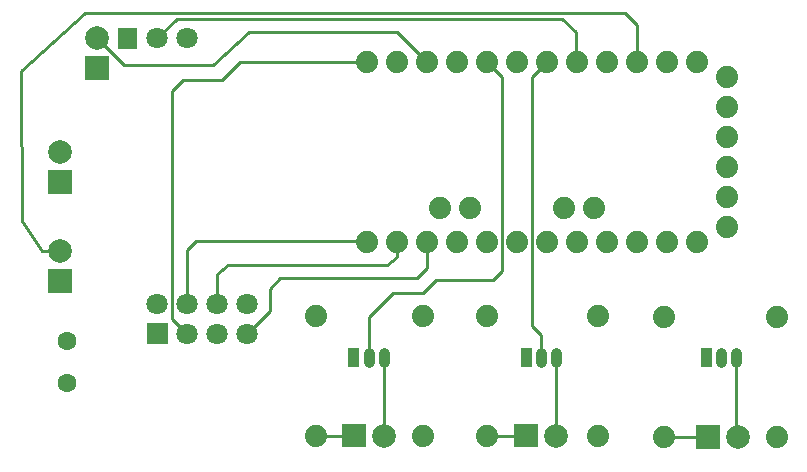
<source format=gtl>
G04 Layer: TopLayer*
G04 EasyEDA v6.4.19.5, 2021-05-22T19:54:24+02:00*
G04 a9b393c6b906431c8adc5fb22f429070,c38686c9fe6447858fcbf2546f174441,10*
G04 Gerber Generator version 0.2*
G04 Scale: 100 percent, Rotated: No, Reflected: No *
G04 Dimensions in millimeters *
G04 leading zeros omitted , absolute positions ,4 integer and 5 decimal *
%FSLAX45Y45*%
%MOMM*%

%ADD10C,0.2540*%
%ADD11C,1.6000*%
%ADD12C,1.8000*%
%ADD14C,1.8796*%
%ADD17R,2.0000X2.0000*%
%ADD18C,2.0000*%
%ADD19C,0.9000*%

%LPD*%
D10*
X1536700Y2286012D02*
G01*
X1536700Y2743200D01*
X1612900Y2819400D01*
X3048000Y2819400D01*
X3060700Y2806700D01*
X3314700Y2806700D02*
G01*
X3314700Y2679700D01*
X3225800Y2616200D01*
X1879600Y2616200D01*
X1790700Y2540000D01*
X1790700Y2286000D01*
X2044700Y2032012D02*
G01*
X2235200Y2222512D01*
X2235200Y2413000D01*
X2324100Y2501900D01*
X3479800Y2501900D01*
X3568700Y2590800D01*
X3568700Y2806700D01*
X2628900Y1168400D02*
G01*
X2946400Y1168400D01*
X4076700Y1168400D02*
G01*
X4406900Y1168400D01*
X5575300Y1155700D02*
G01*
X5943600Y1155700D01*
X4660900Y1168400D02*
G01*
X4660900Y1828800D01*
X3200400Y1168400D02*
G01*
X3200400Y1828800D01*
X6184900Y1828800D02*
G01*
X6184900Y1168400D01*
X6197600Y1155700D01*
X457200Y2730500D02*
G01*
X304800Y2730500D01*
X139700Y2984500D01*
X127000Y4254500D01*
X673100Y4749800D01*
X5245100Y4749800D01*
X5346700Y4648200D01*
X5346700Y4330700D01*
X4076700Y4330700D02*
G01*
X4203700Y4203700D01*
X4203700Y2565400D01*
X4127500Y2489200D01*
X3644900Y2489200D01*
X3530600Y2374900D01*
X3276600Y2374900D01*
X3073400Y2171700D01*
X3073400Y1828800D01*
X4584700Y4330700D02*
G01*
X4457700Y4203700D01*
X4457700Y2095500D01*
X4533900Y2019300D01*
X4533900Y1828800D01*
X1282700Y4533900D02*
G01*
X1447800Y4699000D01*
X4711700Y4699000D01*
X4826000Y4584700D01*
X4826000Y4343400D01*
X4838700Y4330700D01*
X774700Y4533900D02*
G01*
X1003300Y4305300D01*
X1752600Y4305300D01*
X2057400Y4584700D01*
X3314700Y4584700D01*
X3568700Y4330700D01*
X1536700Y2032012D02*
G01*
X1409700Y2159012D01*
X1409700Y4089400D01*
X1498600Y4178300D01*
X1828800Y4178300D01*
X1981200Y4330700D01*
X3060700Y4330700D01*
D11*
G01*
X520700Y1615694D03*
G01*
X520700Y1965705D03*
D12*
G01*
X1536700Y4533900D03*
G01*
X1282700Y4533900D03*
G36*
X949960Y4623899D02*
G01*
X1107439Y4623899D01*
X1107439Y4443900D01*
X949960Y4443900D01*
G37*
D14*
G01*
X5854700Y4330700D03*
G01*
X5600700Y4330700D03*
G01*
X5346700Y4330700D03*
G01*
X5092700Y4330700D03*
G01*
X4838700Y4330700D03*
G01*
X4584700Y4330700D03*
G01*
X4330700Y4330700D03*
G01*
X4076700Y4330700D03*
G01*
X3822700Y4330700D03*
G01*
X3568700Y4330700D03*
G01*
X3314700Y4330700D03*
G01*
X3060700Y4330700D03*
G01*
X3060700Y2806700D03*
G01*
X3314700Y2806700D03*
G01*
X3568700Y2806700D03*
G01*
X3822700Y2806700D03*
G01*
X4076700Y2806700D03*
G01*
X4330700Y2806700D03*
G01*
X4584700Y2806700D03*
G01*
X4838700Y2806700D03*
G01*
X5092700Y2806700D03*
G01*
X5346700Y2806700D03*
G01*
X5600700Y2806700D03*
G01*
X5854700Y2806700D03*
G01*
X3680459Y3093720D03*
G01*
X3934459Y3093720D03*
G01*
X4980940Y3093720D03*
G01*
X4726940Y3093720D03*
G01*
X6108700Y4203700D03*
G01*
X6108700Y3949700D03*
G01*
X6108700Y3695700D03*
G01*
X6108700Y3441700D03*
G01*
X6108700Y3187700D03*
G01*
X6108700Y2933700D03*
G36*
X1192961Y2121999D02*
G01*
X1372961Y2121999D01*
X1372961Y1942000D01*
X1192961Y1942000D01*
G37*
D12*
G01*
X1282700Y2286000D03*
G01*
X1536700Y2032000D03*
G01*
X1536700Y2286000D03*
G01*
X1790700Y2032000D03*
G01*
X1790700Y2286000D03*
G01*
X2044700Y2032000D03*
G01*
X2044700Y2286000D03*
G36*
X4361901Y1908799D02*
G01*
X4451901Y1908799D01*
X4451901Y1748800D01*
X4361901Y1748800D01*
G37*
G36*
X5885901Y1908799D02*
G01*
X5975901Y1908799D01*
X5975901Y1748800D01*
X5885901Y1748800D01*
G37*
G36*
X2901401Y1908799D02*
G01*
X2991401Y1908799D01*
X2991401Y1748800D01*
X2901401Y1748800D01*
G37*
D17*
G01*
X774700Y4279900D03*
D18*
G01*
X774700Y4533900D03*
G36*
X4306900Y1268399D02*
G01*
X4506899Y1268399D01*
X4506899Y1068400D01*
X4306900Y1068400D01*
G37*
G01*
X4660900Y1168400D03*
G36*
X5843600Y1255699D02*
G01*
X6043599Y1255699D01*
X6043599Y1055700D01*
X5843600Y1055700D01*
G37*
G01*
X6197600Y1155700D03*
G36*
X2846400Y1268399D02*
G01*
X3046399Y1268399D01*
X3046399Y1068400D01*
X2846400Y1068400D01*
G37*
G01*
X3200400Y1168400D03*
D17*
G01*
X457200Y3314700D03*
D18*
G01*
X457200Y3568700D03*
D17*
G01*
X457200Y2476500D03*
D18*
G01*
X457200Y2730500D03*
D14*
G01*
X2628900Y2184400D03*
G01*
X2628900Y1168400D03*
G01*
X4076700Y2184400D03*
G01*
X4076700Y1168400D03*
G01*
X5575300Y2171700D03*
G01*
X5575300Y1155700D03*
G01*
X5016500Y2184400D03*
G01*
X5016500Y1168400D03*
G01*
X6527800Y2171700D03*
G01*
X6527800Y1155700D03*
G01*
X3530600Y2184400D03*
G01*
X3530600Y1168400D03*
D19*
X4660900Y1863798D02*
G01*
X4660900Y1793798D01*
X4533900Y1863798D02*
G01*
X4533900Y1793798D01*
X6184900Y1863798D02*
G01*
X6184900Y1793798D01*
X6057900Y1863798D02*
G01*
X6057900Y1793798D01*
X3200400Y1863798D02*
G01*
X3200400Y1793798D01*
X3073400Y1863798D02*
G01*
X3073400Y1793798D01*
M02*

</source>
